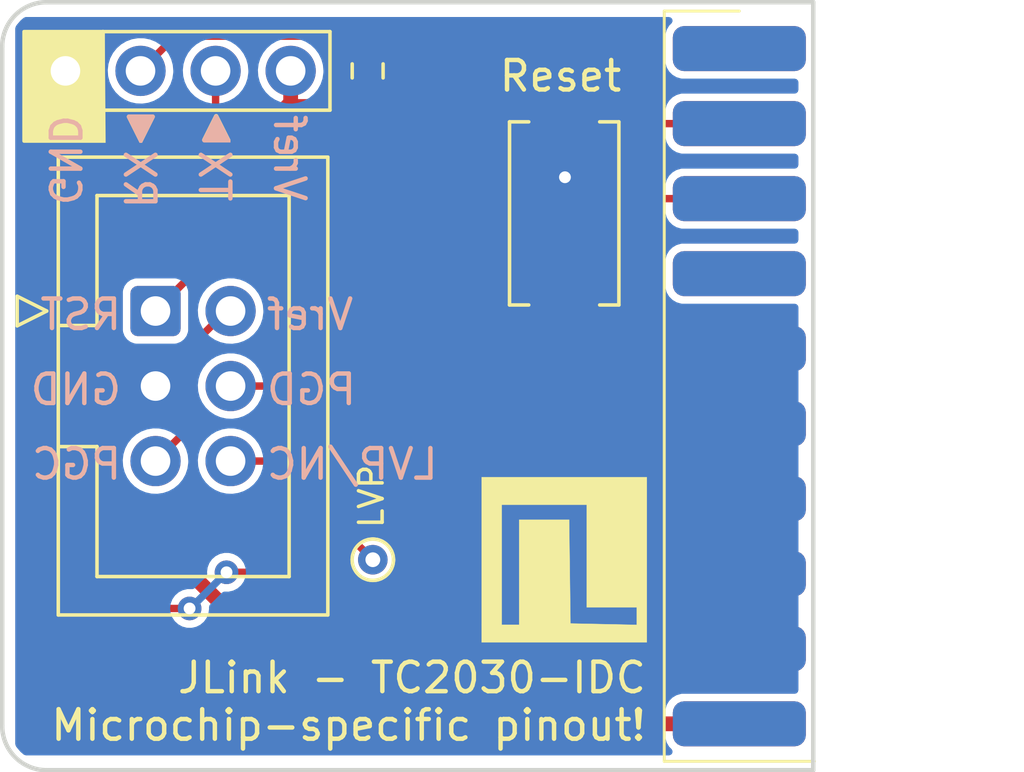
<source format=kicad_pcb>
(kicad_pcb (version 20211014) (generator pcbnew)
  (title_block (comment 4 "AISLER Project ID: ANJKEWWR"))
  (layers (0 "F.Cu" signal) (31 "B.Cu" signal) (34 "B.Paste" user) (35 "F.Paste" user) (36 "B.SilkS" user "B.Silkscreen") (37 "F.SilkS" user "F.Silkscreen") (38 "B.Mask" user) (39 "F.Mask" user) (44 "Edge.Cuts" user))
  (net 0 "")
  (net 1 "GND")
  (net 2 "/RESET")
  (net 3 "/vref_detect")
  (net 4 "/PGD")
  (net 7 "/PGC")
  (net 8 "/LVP")
  (net 9 "/UART_TX")
  (net 15 "/UART_RX")
  (footprint "Connector_IDC:IDC-Header_2x03_P2.54mm_Vertical" (layer "F.Cu") (at 180.2475 82.455)
    (fp_text reference "J1" hide)
    (fp_text value "Conn_02x10_Odd_Even" hide)
    (fp_line (start -1.98 4.59) (end -1.98 4.59) (layer "F.SilkS") (width 0.12))
    (fp_line (start -3.68 0) (end -4.68 -0.5) (layer "F.SilkS") (width 0.12))
    (fp_line (start -1.98 -3.91) (end 4.52 -3.91) (layer "F.SilkS") (width 0.12))
    (fp_line (start -1.98 0.49) (end -1.98 -3.91) (layer "F.SilkS") (width 0.12))
    (fp_line (start 4.52 -3.91) (end 4.52 8.99) (layer "F.SilkS") (width 0.12))
    (fp_line (start -3.29 10.29) (end -3.29 -5.21) (layer "F.SilkS") (width 0.12))
    (fp_line (start -1.98 4.59) (end -3.29 4.59) (layer "F.SilkS") (width 0.12))
    (fp_line (start 5.83 10.29) (end -3.29 10.29) (layer "F.SilkS") (width 0.12))
    (fp_line (start 4.52 8.99) (end -1.98 8.99) (layer "F.SilkS") (width 0.12))
    (fp_line (start 5.83 -5.21) (end 5.83 10.29) (layer "F.SilkS") (width 0.12))
    (fp_line (start -3.29 -5.21) (end 5.83 -5.21) (layer "F.SilkS") (width 0.12))
    (fp_line (start -3.29 0.49) (end -1.98 0.49) (layer "F.SilkS") (width 0.12))
    (fp_line (start -4.68 0.5) (end -3.68 0) (layer "F.SilkS") (width 0.12))
    (fp_line (start -1.98 8.99) (end -1.98 4.59) (layer "F.SilkS") (width 0.12))
    (fp_line (start -4.68 -0.5) (end -4.68 0.5) (layer "F.SilkS") (width 0.12))
    (pad "1" thru_hole roundrect (at 0 0) (size 1.7 1.7) (drill 1) (layers *.Cu *.Mask) (roundrect_rratio 0.147059) (net 2 "/RESET"))
    (pad "2" thru_hole circle (at 2.54 0) (size 1.7 1.7) (drill 1) (layers *.Cu *.Mask) (net 3 "/vref_detect"))
    (pad "3" thru_hole circle (at 0 2.54) (size 1.7 1.7) (drill 1) (layers *.Cu *.Mask) (net 1 "GND"))
    (pad "4" thru_hole circle (at 2.54 2.54) (size 1.7 1.7) (drill 1) (layers *.Cu *.Mask) (net 4 "/PGD"))
    (pad "5" thru_hole circle (at 0 5.08) (size 1.7 1.7) (drill 1) (layers *.Cu *.Mask) (net 7 "/PGC"))
    (pad "6" thru_hole circle (at 2.54 5.08) (size 1.7 1.7) (drill 1) (layers *.Cu *.Mask) (net 8 "/LVP"))
  )
  (footprint "Jitter_Logos:JitterLogo" (layer "F.Cu") (at 193.607667 90.975)
    (fp_text reference "LOGO1" hide)
    (fp_text value "LOGO" hide)
    (fp_poly (pts (xy 3.261333 2.694) (xy -2.326667 2.694) (xy -2.326667 -1.962667) (xy -1.649334 -1.962667) (xy -1.649334 2.101333) (xy -1.056667 2.101333) (xy -1.056667 -1.454667) (xy 0.633231 -1.454667) (xy 0.656115 0.302167) (xy 0.679 2.059) (xy 2.922666 2.106248) (xy 2.922666 1.508667) (xy 1.229333 1.508667) (xy 1.229333 -1.962667) (xy -1.649334 -1.962667) (xy -2.326667 -1.962667) (xy -2.326667 -2.894) (xy 3.261333 -2.894) (xy 3.261333 2.694)) (layer "F.SilkS") (width 0.01) (fill solid))
  )
  (footprint "Button_Switch_SMD:SW_SPST_EVQPE1" (layer "F.Cu") (at 194.075 79.15 -90)
    (fp_text reference "SW1" hide)
    (fp_text value "Reset" (at -4.65 0.125 180) (layer "F.SilkS"))
    (fp_line (start 3.1 -1.85) (end 3.1 -1.2) (layer "F.SilkS") (width 0.12))
    (fp_line (start -3.1 1.85) (end 3.1 1.85) (layer "F.SilkS") (width 0.12))
    (fp_line (start 3.1 -1.85) (end -3.1 -1.85) (layer "F.SilkS") (width 0.12))
    (fp_line (start 3.1 1.85) (end 3.1 1.2) (layer "F.SilkS") (width 0.12))
    (fp_line (start -3.1 1.2) (end -3.1 1.85) (layer "F.SilkS") (width 0.12))
    (fp_line (start -3.1 -1.85) (end -3.1 -1.2) (layer "F.SilkS") (width 0.12))
    (pad "1" smd rect (at -2.7 0 270) (size 2 1.6) (layers "F.Cu" "F.Paste" "F.Mask") (net 1 "GND"))
    (pad "2" smd rect (at 2.7 0 270) (size 2 1.6) (layers "F.Cu" "F.Paste" "F.Mask") (net 2 "/RESET"))
  )
  (footprint "Resistor_SMD:R_0603_1608Metric" (layer "F.Cu") (at 187.425 74.325 90)
    (fp_text reference "R1" hide)
    (fp_text value "10k" hide)
    (fp_line (start -0.237258 -0.5225) (end 0.237258 -0.5225) (layer "F.SilkS") (width 0.12))
    (fp_line (start -0.237258 0.5225) (end 0.237258 0.5225) (layer "F.SilkS") (width 0.12))
    (pad "1" smd roundrect (at -0.825 0 90) (size 0.8 0.95) (layers "F.Cu" "F.Paste" "F.Mask") (net 3 "/vref_detect"))
    (pad "2" smd roundrect (at 0.825 0 90) (size 0.8 0.95) (layers "F.Cu" "F.Paste" "F.Mask") (net 15 "/UART_RX"))
  )
  (footprint "TestPoint:TestPoint_THTPad_D1.0mm_Drill0.5mm" (layer "F.Cu") (at 187.6 90.875)
    (fp_text reference "TP1" hide)
    (fp_text value "DNI" hide)
    (fp_circle (center 0 0) (end 0 0.7) (layer "F.SilkS") (width 0.12) (fill none))
    (pad "1" thru_hole circle (at 0 0) (size 1 1) (drill 0.5) (layers *.Cu *.Mask) (net 8 "/LVP"))
  )
  (footprint "Jitter_Connectors:JLink_PinHeader_2x10_2.54_Horizontal" (layer "F.Cu") (at 200 85)
    (fp_text reference "J2" hide)
    (fp_text value "Conn_02x10_Odd_Even" hide)
    (fp_line (start 0 -12.7) (end -2.54 -12.7) (layer "F.SilkS") (width 0.1))
    (fp_line (start -2.54 -12.7) (end -2.54 12.7) (layer "F.SilkS") (width 0.1))
    (fp_line (start -2.54 12.7) (end 2.54 12.7) (layer "F.SilkS") (width 0.1))
    (pad "1" smd roundrect (at 0 11.43) (size 4.5 1.524) (layers "F.Cu" "F.Paste" "F.Mask") (net 3 "/vref_detect"))
    (pad "2" smd roundrect (at 0 11.43) (size 4.5 1.524) (layers "B.Cu" "B.Paste" "B.Mask"))
    (pad "3" smd roundrect (at 0 8.89) (size 4.5 1.524) (layers "F.Cu" "F.Paste" "F.Mask"))
    (pad "4" smd roundrect (at 0 8.89) (size 4.5 1.524) (layers "B.Cu" "B.Paste" "B.Mask") (net 1 "GND"))
    (pad "5" smd roundrect (at 0 6.35) (size 4.5 1.524) (layers "F.Cu" "F.Paste" "F.Mask") (net 9 "/UART_TX"))
    (pad "6" smd roundrect (at 0 6.35) (size 4.5 1.524) (layers "B.Cu" "B.Paste" "B.Mask") (net 1 "GND"))
    (pad "7" smd roundrect (at 0 3.81) (size 4.5 1.524) (layers "F.Cu" "F.Paste" "F.Mask") (net 4 "/PGD"))
    (pad "8" smd roundrect (at 0 3.81) (size 4.5 1.524) (layers "B.Cu" "B.Paste" "B.Mask") (net 1 "GND"))
    (pad "9" smd roundrect (at 0 1.27) (size 4.5 1.524) (layers "F.Cu" "F.Paste" "F.Mask") (net 7 "/PGC"))
    (pad "10" smd roundrect (at 0 1.27) (size 4.5 1.524) (layers "B.Cu" "B.Paste" "B.Mask") (net 1 "GND"))
    (pad "11" smd roundrect (at 0 -1.27) (size 4.5 1.524) (layers "F.Cu" "F.Paste" "F.Mask"))
    (pad "12" smd roundrect (at 0 -1.27) (size 4.5 1.524) (layers "B.Cu" "B.Paste" "B.Mask") (net 1 "GND"))
    (pad "13" smd roundrect (at 0 -3.81) (size 4.5 1.524) (layers "F.Cu" "F.Paste" "F.Mask"))
    (pad "14" smd roundrect (at 0 -3.81) (size 4.5 1.524) (layers "B.Cu" "B.Paste" "B.Mask"))
    (pad "15" smd roundrect (at 0 -6.35) (size 4.5 1.524) (layers "F.Cu" "F.Paste" "F.Mask") (net 2 "/RESET"))
    (pad "16" smd roundrect (at 0 -6.35) (size 4.5 1.524) (layers "B.Cu" "B.Paste" "B.Mask"))
    (pad "17" smd roundrect (at 0 -8.89) (size 4.5 1.524) (layers "F.Cu" "F.Paste" "F.Mask") (net 15 "/UART_RX"))
    (pad "18" smd roundrect (at 0 -8.89) (size 4.5 1.524) (layers "B.Cu" "B.Paste" "B.Mask"))
    (pad "19" smd roundrect (at 0 -11.43) (size 4.5 1.524) (layers "F.Cu" "F.Paste" "F.Mask"))
    (pad "20" smd roundrect (at 0 -11.43) (size 4.5 1.524) (layers "B.Cu" "B.Paste" "B.Mask"))
  )
  (footprint "Connector_PinHeader_2.54mm:PinHeader_1x04_P2.54mm_Vertical" (layer "F.Cu") (at 177.2 74.325 90)
    (fp_text reference "J3" hide)
    (fp_text value "uart_host_2.54" hide)
    (fp_line (start -1.33 1.27) (end -1.33 8.95) (layer "F.SilkS") (width 0.12))
    (fp_line (start -1.33 0) (end -1.33 -1.33) (layer "F.SilkS") (width 0.12))
    (fp_line (start -1.33 1.27) (end 1.33 1.27) (layer "F.SilkS") (width 0.12))
    (fp_line (start -1.33 -1.33) (end 0 -1.33) (layer "F.SilkS") (width 0.12))
    (fp_line (start -1.33 8.95) (end 1.33 8.95) (layer "F.SilkS") (width 0.12))
    (fp_line (start 1.33 1.27) (end 1.33 8.95) (layer "F.SilkS") (width 0.12))
    (pad "1" thru_hole rect (at 0 0 90) (size 1.7 1.7) (drill 1) (layers *.Cu *.Mask) (net 1 "GND"))
    (pad "2" thru_hole oval (at 0 2.54 90) (size 1.7 1.7) (drill 1) (layers *.Cu *.Mask) (net 15 "/UART_RX"))
    (pad "3" thru_hole oval (at 0 5.08 90) (size 1.7 1.7) (drill 1) (layers *.Cu *.Mask) (net 9 "/UART_TX"))
    (pad "4" thru_hole oval (at 0 7.62 90) (size 1.7 1.7) (drill 1) (layers *.Cu *.Mask) (net 3 "/vref_detect"))
  )
  (gr_poly (pts (xy 180.15 75.875) (xy 179.35 75.875) (xy 179.75 76.675)) (layer "B.SilkS") (width 0.15) (fill solid))
  (gr_poly (pts (xy 181.9 76.675) (xy 182.7 76.675) (xy 182.3 75.875)) (layer "B.SilkS") (width 0.15) (fill solid))
  (gr_poly (pts (xy 178.5 76.7) (xy 175.8 76.7) (xy 175.8 72.995) (xy 178.47 72.995)) (layer "F.SilkS") (width 0.12) (fill solid))
  (gr_poly (pts (xy 182.7 76.66) (xy 181.9 76.66) (xy 182.3 75.86)) (layer "F.SilkS") (width 0.15) (fill solid))
  (gr_poly (pts (xy 179.35 75.875) (xy 180.15 75.875) (xy 179.75 76.675)) (layer "F.SilkS") (width 0.15) (fill solid))
  (gr_arc (start 176.56066 98) (mid 175.5 97.56066) (end 175.06066 96.5) (layer "Edge.Cuts") (width 0.15))
  (gr_line (start 175.06066 73.5) (end 175.06066 96.5) (layer "Edge.Cuts") (width 0.15))
  (gr_line (start 202.5 98) (end 202.5 72) (layer "Edge.Cuts") (width 0.15))
  (gr_line (start 202.5 72) (end 176.56066 72) (layer "Edge.Cuts") (width 0.15))
  (gr_arc (start 175.06066 73.5) (mid 175.5 72.43934) (end 176.56066 72) (layer "Edge.Cuts") (width 0.15))
  (gr_line (start 202.5 98) (end 176.56066 98) (layer "Edge.Cuts") (width 0.15))
  (gr_text "RX" (at 179.7 76.925 270) (layer "B.SilkS") (effects (font (size 1 1)) (justify right mirror)))
  (gr_text "TX" (at 182.235 76.925 270) (layer "B.SilkS") (effects (font (size 1 1)) (justify right mirror)))
  (gr_text "Vref" (at 184.78 75.725 270) (layer "B.SilkS") (effects (font (size 1 1)) (justify right mirror)))
  (gr_text "PGC" (at 179.175 87.64) (layer "B.SilkS") (effects (font (size 1 1)) (justify left mirror)))
  (gr_text "GND" (at 177.16 75.725 270) (layer "B.SilkS") (effects (font (size 1 1)) (justify right mirror)))
  (gr_text "PGD" (at 183.925 85.115) (layer "B.SilkS") (effects (font (size 1 1)) (justify right mirror)))
  (gr_text "LVP/NC" (at 183.925 87.64) (layer "B.SilkS") (effects (font (size 1 1)) (justify right mirror)))
  (gr_text "RST" (at 179.175 82.575) (layer "B.SilkS") (effects (font (size 1 1)) (justify left mirror)))
  (gr_text "Vref" (at 183.925 82.575) (layer "B.SilkS") (effects (font (size 1 1)) (justify right mirror)))
  (gr_text "GND" (at 179.175 85.115) (layer "B.SilkS") (effects (font (size 1 1)) (justify left mirror)))
  (gr_text "LVP" (at 187.55 89.875 90) (layer "F.SilkS") (effects (font (size 0.8 0.8) (thickness 0.12)) (justify left)))
  (gr_text "JLink - TC2030-IDC\nMicrochip-specific pinout!" (at 196.925 95.675) (layer "F.SilkS") (effects (font (size 1 1)) (justify right)))
  (segment (start 194.075 77.9005) (end 194.1 77.9255) (width 0.25) (layer "F.Cu") (net 1))
  (segment (start 194.075 76.45) (end 194.075 77.9005) (width 0.25) (layer "F.Cu") (net 1))
  (via (at 194.1 77.9255) (size 0.8) (drill 0.4) (layers "F.Cu" "B.Cu") (net 1))
  (segment (start 194.075 81.85) (end 194.075 78.675) (width 0.25) (layer "F.Cu") (net 2))
  (segment (start 184.05 78.65) (end 180.2475 82.4525) (width 0.25) (layer "F.Cu") (net 2))
  (segment (start 200 78.65) (end 194.05 78.65) (width 0.25) (layer "F.Cu") (net 2))
  (segment (start 194.05 78.65) (end 184.05 78.65) (width 0.25) (layer "F.Cu") (net 2))
  (segment (start 194.075 78.675) (end 194.05 78.65) (width 0.25) (layer "F.Cu") (net 2))
  (segment (start 180.2475 82.4525) (end 180.2475 82.455) (width 0.25) (layer "F.Cu") (net 2))
  (segment (start 186.53 96.43) (end 200 96.43) (width 0.5) (layer "F.Cu") (net 3))
  (segment (start 178.5 83.7) (end 178.5 88.4) (width 0.5) (layer "F.Cu") (net 3))
  (segment (start 182.7875 82.455) (end 182.645 82.455) (width 0.25) (layer "F.Cu") (net 3))
  (segment (start 181.35 83.75) (end 178.55 83.75) (width 0.25) (layer "F.Cu") (net 3))
  (segment (start 178.5 88.4) (end 186.53 96.43) (width 0.5) (layer "F.Cu") (net 3))
  (segment (start 184.82 74.325) (end 184.82 75.405) (width 0.5) (layer "F.Cu") (net 3))
  (segment (start 187.17 75.405) (end 184.82 75.405) (width 0.25) (layer "F.Cu") (net 3))
  (segment (start 178.5 81.725) (end 178.5 83.7) (width 0.5) (layer "F.Cu") (net 3))
  (segment (start 184.82 75.405) (end 178.5 81.725) (width 0.5) (layer "F.Cu") (net 3))
  (segment (start 178.55 83.75) (end 178.5 83.7) (width 0.25) (layer "F.Cu") (net 3))
  (segment (start 187.425 75.15) (end 187.17 75.405) (width 0.25) (layer "F.Cu") (net 3))
  (segment (start 182.645 82.455) (end 181.35 83.75) (width 0.25) (layer "F.Cu") (net 3))
  (segment (start 200 88.81) (end 190.71 88.81) (width 0.25) (layer "F.Cu") (net 4))
  (segment (start 186.895 84.995) (end 182.7875 84.995) (width 0.25) (layer "F.Cu") (net 4))
  (segment (start 190.71 88.81) (end 186.895 84.995) (width 0.25) (layer "F.Cu") (net 4))
  (segment (start 182.2 83.725) (end 187.725 83.725) (width 0.25) (layer "F.Cu") (net 7))
  (segment (start 190.27 86.27) (end 200 86.27) (width 0.25) (layer "F.Cu") (net 7))
  (segment (start 181.5 86.2825) (end 181.5 84.425) (width 0.25) (layer "F.Cu") (net 7))
  (segment (start 180.2475 87.535) (end 181.5 86.2825) (width 0.25) (layer "F.Cu") (net 7))
  (segment (start 187.725 83.725) (end 190.27 86.27) (width 0.25) (layer "F.Cu") (net 7))
  (segment (start 181.5 84.425) (end 182.2 83.725) (width 0.25) (layer "F.Cu") (net 7))
  (segment (start 184.26 87.535) (end 182.7875 87.535) (width 0.25) (layer "F.Cu") (net 8))
  (segment (start 187.6 90.875) (end 184.26 87.535) (width 0.25) (layer "F.Cu") (net 8))
  (segment (start 189.875 92.3) (end 190.825 91.35) (width 0.25) (layer "F.Cu") (net 9))
  (segment (start 182.28 74.325) (end 182.28 75.92) (width 0.25) (layer "F.Cu") (net 9))
  (segment (start 182.28 75.92) (end 181.2 77) (width 0.25) (layer "F.Cu") (net 9))
  (segment (start 177.425 82.725) (end 177.425 90.025) (width 0.25) (layer "F.Cu") (net 9))
  (segment (start 182.65 91.3) (end 185.5 91.3) (width 0.25) (layer "F.Cu") (net 9))
  (segment (start 186.5 92.3) (end 189.875 92.3) (width 0.25) (layer "F.Cu") (net 9))
  (segment (start 177.425 80.775) (end 177.425 82.725) (width 0.25) (layer "F.Cu") (net 9))
  (segment (start 179.825 92.425) (end 179.925 92.525) (width 0.25) (layer "F.Cu") (net 9))
  (segment (start 177.425 90.025) (end 179.825 92.425) (width 0.25) (layer "F.Cu") (net 9))
  (segment (start 190.825 91.35) (end 200 91.35) (width 0.25) (layer "F.Cu") (net 9))
  (segment (start 185.5 91.3) (end 186.5 92.3) (width 0.25) (layer "F.Cu") (net 9))
  (segment (start 181.2 77) (end 177.425 80.775) (width 0.25) (layer "F.Cu") (net 9))
  (segment (start 179.925 92.525) (end 181.4 92.525) (width 0.25) (layer "F.Cu") (net 9))
  (via (at 182.65 91.3) (size 0.8) (drill 0.4) (layers "F.Cu" "B.Cu") (net 9))
  (via (at 181.4 92.525) (size 0.8) (drill 0.4) (layers "F.Cu" "B.Cu") (net 9))
  (segment (start 181.4 92.525) (end 181.425 92.525) (width 0.25) (layer "B.Cu") (net 9))
  (segment (start 181.425 92.525) (end 182.65 91.3) (width 0.25) (layer "B.Cu") (net 9))
  (segment (start 187 73.15) (end 188.75 74.9) (width 0.25) (layer "F.Cu") (net 15))
  (segment (start 179.74 74.325) (end 180.915 73.15) (width 0.25) (layer "F.Cu") (net 15))
  (segment (start 196.61 76.11) (end 200 76.11) (width 0.25) (layer "F.Cu") (net 15))
  (segment (start 188.75 74.9) (end 195.4 74.9) (width 0.25) (layer "F.Cu") (net 15))
  (segment (start 180.915 73.15) (end 187 73.15) (width 0.25) (layer "F.Cu") (net 15))
  (segment (start 195.4 74.9) (end 196.61 76.11) (width 0.25) (layer "F.Cu") (net 15))
  (zone (net 1) (net_name "GND") (layer "B.Cu") (connect_pads yes (clearance 0.254)) (min_thickness 0.254) (fill yes (thermal_gap 0.254) (thermal_bridge_width 0.254))
    (polygon (pts (xy 202 97.5) (xy 175.5 97.5) (xy 175.5 72.5) (xy 202 72.5)))
  )
)
</source>
